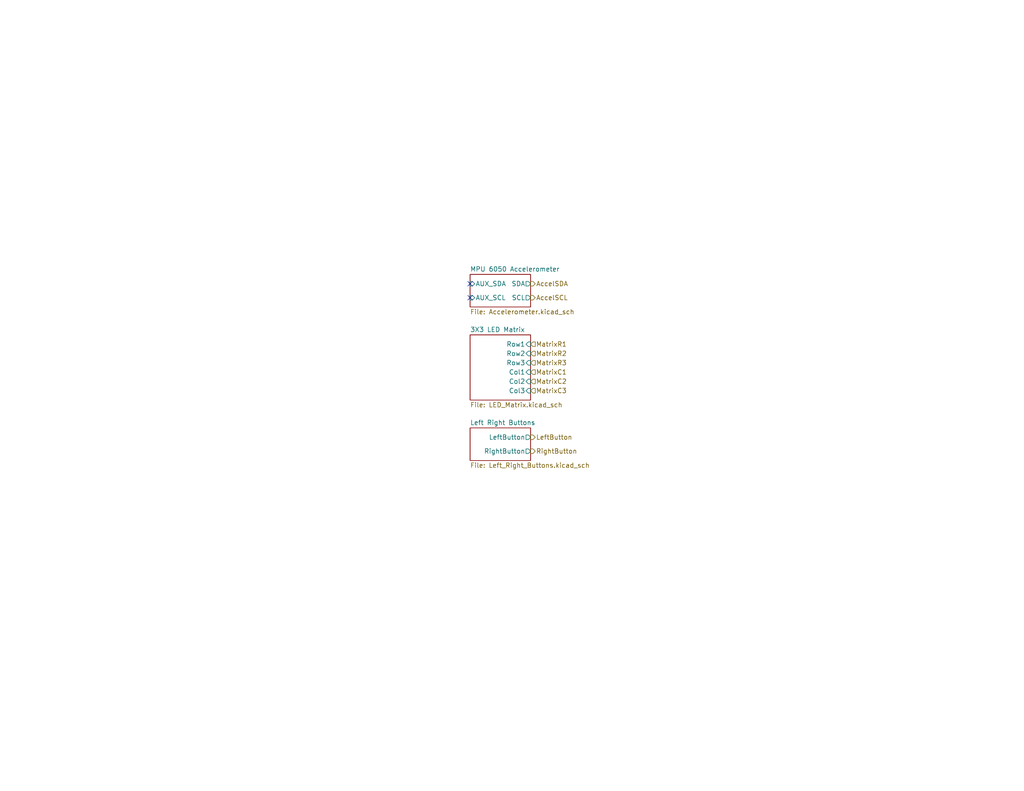
<source format=kicad_sch>
(kicad_sch
	(version 20250114)
	(generator "eeschema")
	(generator_version "9.0")
	(uuid "8b70f459-601d-44c7-8061-59c8b6e32952")
	(paper "USLetter")
	(title_block
		(title "Memory Maze Module")
		(date "2025-01-28")
		(rev "1.0.0")
		(company "WWU")
		(comment 1 "Nathan Snarr")
	)
	(lib_symbols)
	(no_connect
		(at 128.27 81.28)
		(uuid "44fe656d-fee6-4b67-9f39-e88bce2637e3")
	)
	(no_connect
		(at 128.27 77.47)
		(uuid "ebc93447-88c0-4866-979c-efdfe2976f91")
	)
	(hierarchical_label "MatrixR3"
		(shape input)
		(at 144.78 99.06 0)
		(effects
			(font
				(size 1.27 1.27)
			)
			(justify left)
		)
		(uuid "4e87e295-da33-4847-8d73-25fbdb26de87")
	)
	(hierarchical_label "MatrixC1"
		(shape input)
		(at 144.78 101.6 0)
		(effects
			(font
				(size 1.27 1.27)
			)
			(justify left)
		)
		(uuid "78c8ad61-5243-4e64-9a24-563f03701898")
	)
	(hierarchical_label "MatrixR1"
		(shape input)
		(at 144.78 93.98 0)
		(effects
			(font
				(size 1.27 1.27)
			)
			(justify left)
		)
		(uuid "91da2ef9-ea8c-42cd-84a2-e0b844270a66")
	)
	(hierarchical_label "RightButton"
		(shape output)
		(at 144.78 123.19 0)
		(effects
			(font
				(size 1.27 1.27)
			)
			(justify left)
		)
		(uuid "ab38512c-ef88-4c7b-a62a-c467ec4a03db")
	)
	(hierarchical_label "LeftButton"
		(shape output)
		(at 144.78 119.38 0)
		(effects
			(font
				(size 1.27 1.27)
			)
			(justify left)
		)
		(uuid "b52754e9-f992-4a5f-a480-48764ea70486")
	)
	(hierarchical_label "AccelSCL"
		(shape output)
		(at 144.78 81.28 0)
		(effects
			(font
				(size 1.27 1.27)
			)
			(justify left)
		)
		(uuid "b56a3f77-a919-45a3-8e90-ef65e3cef4f5")
	)
	(hierarchical_label "MatrixR2"
		(shape input)
		(at 144.78 96.52 0)
		(effects
			(font
				(size 1.27 1.27)
			)
			(justify left)
		)
		(uuid "c0c028c8-3d95-4886-a692-ba4780ee69ad")
	)
	(hierarchical_label "AccelSDA"
		(shape output)
		(at 144.78 77.47 0)
		(effects
			(font
				(size 1.27 1.27)
			)
			(justify left)
		)
		(uuid "d835b3fa-ec11-4674-a454-828189bbdb52")
	)
	(hierarchical_label "MatrixC2"
		(shape input)
		(at 144.78 104.14 0)
		(effects
			(font
				(size 1.27 1.27)
			)
			(justify left)
		)
		(uuid "f51bd2dc-3d1d-450c-a7ab-5dfbf9c0972a")
	)
	(hierarchical_label "MatrixC3"
		(shape input)
		(at 144.78 106.68 0)
		(effects
			(font
				(size 1.27 1.27)
			)
			(justify left)
		)
		(uuid "f5baff11-9867-4a21-82b0-e393ed6f9e2b")
	)
	(sheet
		(at 128.27 74.93)
		(size 16.51 8.89)
		(exclude_from_sim no)
		(in_bom yes)
		(on_board yes)
		(dnp no)
		(fields_autoplaced yes)
		(stroke
			(width 0.1524)
			(type solid)
		)
		(fill
			(color 0 0 0 0.0000)
		)
		(uuid "84f26d4d-dd13-4dcb-9798-560206cf8e3f")
		(property "Sheetname" "MPU 6050 Accelerometer"
			(at 128.27 74.2184 0)
			(effects
				(font
					(size 1.27 1.27)
				)
				(justify left bottom)
			)
		)
		(property "Sheetfile" "Accelerometer.kicad_sch"
			(at 128.27 84.4046 0)
			(effects
				(font
					(size 1.27 1.27)
				)
				(justify left top)
			)
		)
		(pin "SDA" output
			(at 144.78 77.47 0)
			(uuid "9a09dffd-d568-4c1f-bc75-261d9ce98fa8")
			(effects
				(font
					(size 1.27 1.27)
				)
				(justify right)
			)
		)
		(pin "SCL" output
			(at 144.78 81.28 0)
			(uuid "504a60df-1e0c-4be6-85c8-14e51e212a2b")
			(effects
				(font
					(size 1.27 1.27)
				)
				(justify right)
			)
		)
		(pin "AUX_SDA" input
			(at 128.27 77.47 180)
			(uuid "c60796d3-2fc0-47b0-967b-35a7c40d238e")
			(effects
				(font
					(size 1.27 1.27)
				)
				(justify left)
			)
		)
		(pin "AUX_SCL" input
			(at 128.27 81.28 180)
			(uuid "cf495193-3c71-4174-ba9d-e306893ba70e")
			(effects
				(font
					(size 1.27 1.27)
				)
				(justify left)
			)
		)
		(instances
			(project "Audio_in_usd_sound_rp_pico"
				(path "/4d45bd57-073c-4b61-a56d-da596d50cf10/49dbe52f-a141-41f8-a1f2-37269c57dcf4"
					(page "17")
				)
			)
		)
	)
	(sheet
		(at 128.27 116.84)
		(size 16.51 8.89)
		(exclude_from_sim no)
		(in_bom yes)
		(on_board yes)
		(dnp no)
		(fields_autoplaced yes)
		(stroke
			(width 0.1524)
			(type solid)
		)
		(fill
			(color 0 0 0 0.0000)
		)
		(uuid "d77dc542-ae53-45a0-ba9e-38709ffa3d5d")
		(property "Sheetname" "Left Right Buttons"
			(at 128.27 116.1284 0)
			(effects
				(font
					(size 1.27 1.27)
				)
				(justify left bottom)
			)
		)
		(property "Sheetfile" "Left_Right_Buttons.kicad_sch"
			(at 128.27 126.3146 0)
			(effects
				(font
					(size 1.27 1.27)
				)
				(justify left top)
			)
		)
		(pin "LeftButton" output
			(at 144.78 119.38 0)
			(uuid "8fe971bf-b3d1-4e0d-aa17-8df8b9de963f")
			(effects
				(font
					(size 1.27 1.27)
				)
				(justify right)
			)
		)
		(pin "RightButton" output
			(at 144.78 123.19 0)
			(uuid "ac2f10cb-acc5-4120-8c52-a35ea1062b4d")
			(effects
				(font
					(size 1.27 1.27)
				)
				(justify right)
			)
		)
		(instances
			(project "Audio_in_usd_sound_rp_pico"
				(path "/4d45bd57-073c-4b61-a56d-da596d50cf10/49dbe52f-a141-41f8-a1f2-37269c57dcf4"
					(page "16")
				)
			)
		)
	)
	(sheet
		(at 128.27 91.44)
		(size 16.51 17.78)
		(exclude_from_sim no)
		(in_bom yes)
		(on_board yes)
		(dnp no)
		(fields_autoplaced yes)
		(stroke
			(width 0.1524)
			(type solid)
		)
		(fill
			(color 0 0 0 0.0000)
		)
		(uuid "e0438928-9ad6-4e5b-a6ed-ab6c64f7929b")
		(property "Sheetname" "3X3 LED Matrix"
			(at 128.27 90.7284 0)
			(effects
				(font
					(size 1.27 1.27)
				)
				(justify left bottom)
			)
		)
		(property "Sheetfile" "LED_Matrix.kicad_sch"
			(at 128.27 109.8046 0)
			(effects
				(font
					(size 1.27 1.27)
				)
				(justify left top)
			)
		)
		(pin "Row1" input
			(at 144.78 93.98 0)
			(uuid "7eaa7e62-5ed1-4a67-ad5c-985438df0693")
			(effects
				(font
					(size 1.27 1.27)
				)
				(justify right)
			)
		)
		(pin "Row2" input
			(at 144.78 96.52 0)
			(uuid "ac42f6fd-012f-4f4b-bdcd-d9674a2ea060")
			(effects
				(font
					(size 1.27 1.27)
				)
				(justify right)
			)
		)
		(pin "Row3" input
			(at 144.78 99.06 0)
			(uuid "1a6d396a-8a28-4486-a6cd-d6a1dc070d8a")
			(effects
				(font
					(size 1.27 1.27)
				)
				(justify right)
			)
		)
		(pin "Col3" input
			(at 144.78 106.68 0)
			(uuid "5db75fdf-ca7d-4568-8ea7-d3613e0fd149")
			(effects
				(font
					(size 1.27 1.27)
				)
				(justify right)
			)
		)
		(pin "Col1" input
			(at 144.78 101.6 0)
			(uuid "9d370900-6af4-4b7c-8d59-ae337a2e13f9")
			(effects
				(font
					(size 1.27 1.27)
				)
				(justify right)
			)
		)
		(pin "Col2" input
			(at 144.78 104.14 0)
			(uuid "2dea11cf-6aee-40b1-8a79-e5a504805aec")
			(effects
				(font
					(size 1.27 1.27)
				)
				(justify right)
			)
		)
		(instances
			(project "Audio_in_usd_sound_rp_pico"
				(path "/4d45bd57-073c-4b61-a56d-da596d50cf10/49dbe52f-a141-41f8-a1f2-37269c57dcf4"
					(page "18")
				)
			)
		)
	)
)

</source>
